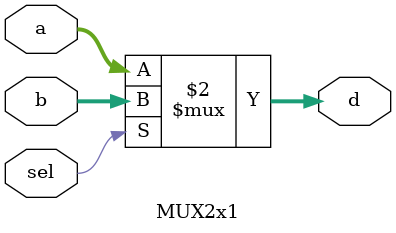
<source format=v>
`timescale 1ns/1ns

module MUX2x1(a,b,sel,d);

    parameter DATAWIDTH = 32;
    input [DATAWIDTH-1:0] a;
    input [DATAWIDTH-1:0] b;
    input sel;

    output reg [DATAWIDTH-1:0] d;

    always @(a,b,sel)
        d = sel ? b : a;
endmodule

</source>
